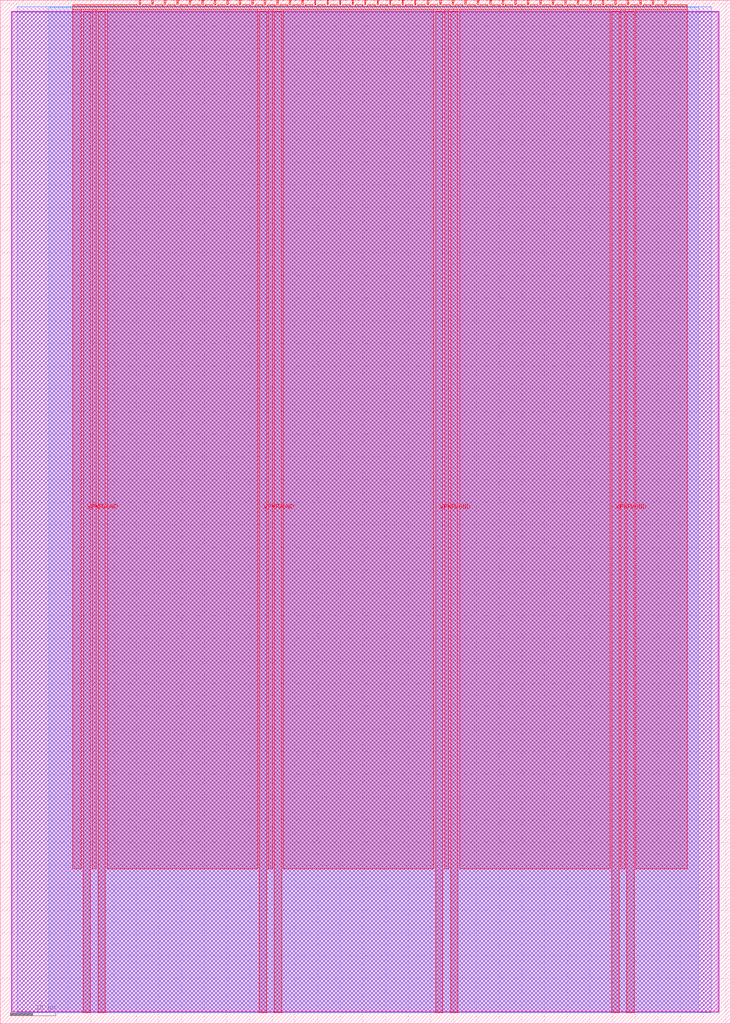
<source format=lef>
VERSION 5.7 ;
  NOWIREEXTENSIONATPIN ON ;
  DIVIDERCHAR "/" ;
  BUSBITCHARS "[]" ;
MACRO tt_um_toivoh_pio_ram_emu_example
  CLASS BLOCK ;
  FOREIGN tt_um_toivoh_pio_ram_emu_example ;
  ORIGIN 0.000 0.000 ;
  SIZE 161.000 BY 225.760 ;
  PIN VGND
    DIRECTION INOUT ;
    USE GROUND ;
    PORT
      LAYER met4 ;
        RECT 21.580 2.480 23.180 223.280 ;
    END
    PORT
      LAYER met4 ;
        RECT 60.450 2.480 62.050 223.280 ;
    END
    PORT
      LAYER met4 ;
        RECT 99.320 2.480 100.920 223.280 ;
    END
    PORT
      LAYER met4 ;
        RECT 138.190 2.480 139.790 223.280 ;
    END
  END VGND
  PIN VPWR
    DIRECTION INOUT ;
    USE POWER ;
    PORT
      LAYER met4 ;
        RECT 18.280 2.480 19.880 223.280 ;
    END
    PORT
      LAYER met4 ;
        RECT 57.150 2.480 58.750 223.280 ;
    END
    PORT
      LAYER met4 ;
        RECT 96.020 2.480 97.620 223.280 ;
    END
    PORT
      LAYER met4 ;
        RECT 134.890 2.480 136.490 223.280 ;
    END
  END VPWR
  PIN clk
    DIRECTION INPUT ;
    USE SIGNAL ;
    ANTENNAGATEAREA 0.852000 ;
    PORT
      LAYER met4 ;
        RECT 143.830 224.760 144.130 225.760 ;
    END
  END clk
  PIN ena
    DIRECTION INPUT ;
    USE SIGNAL ;
    PORT
      LAYER met4 ;
        RECT 146.590 224.760 146.890 225.760 ;
    END
  END ena
  PIN rst_n
    DIRECTION INPUT ;
    USE SIGNAL ;
    ANTENNAGATEAREA 0.196500 ;
    PORT
      LAYER met4 ;
        RECT 141.070 224.760 141.370 225.760 ;
    END
  END rst_n
  PIN ui_in[0]
    DIRECTION INPUT ;
    USE SIGNAL ;
    PORT
      LAYER met4 ;
        RECT 138.310 224.760 138.610 225.760 ;
    END
  END ui_in[0]
  PIN ui_in[1]
    DIRECTION INPUT ;
    USE SIGNAL ;
    PORT
      LAYER met4 ;
        RECT 135.550 224.760 135.850 225.760 ;
    END
  END ui_in[1]
  PIN ui_in[2]
    DIRECTION INPUT ;
    USE SIGNAL ;
    PORT
      LAYER met4 ;
        RECT 132.790 224.760 133.090 225.760 ;
    END
  END ui_in[2]
  PIN ui_in[3]
    DIRECTION INPUT ;
    USE SIGNAL ;
    PORT
      LAYER met4 ;
        RECT 130.030 224.760 130.330 225.760 ;
    END
  END ui_in[3]
  PIN ui_in[4]
    DIRECTION INPUT ;
    USE SIGNAL ;
    PORT
      LAYER met4 ;
        RECT 127.270 224.760 127.570 225.760 ;
    END
  END ui_in[4]
  PIN ui_in[5]
    DIRECTION INPUT ;
    USE SIGNAL ;
    PORT
      LAYER met4 ;
        RECT 124.510 224.760 124.810 225.760 ;
    END
  END ui_in[5]
  PIN ui_in[6]
    DIRECTION INPUT ;
    USE SIGNAL ;
    PORT
      LAYER met4 ;
        RECT 121.750 224.760 122.050 225.760 ;
    END
  END ui_in[6]
  PIN ui_in[7]
    DIRECTION INPUT ;
    USE SIGNAL ;
    PORT
      LAYER met4 ;
        RECT 118.990 224.760 119.290 225.760 ;
    END
  END ui_in[7]
  PIN uio_in[0]
    DIRECTION INPUT ;
    USE SIGNAL ;
    PORT
      LAYER met4 ;
        RECT 116.230 224.760 116.530 225.760 ;
    END
  END uio_in[0]
  PIN uio_in[1]
    DIRECTION INPUT ;
    USE SIGNAL ;
    PORT
      LAYER met4 ;
        RECT 113.470 224.760 113.770 225.760 ;
    END
  END uio_in[1]
  PIN uio_in[2]
    DIRECTION INPUT ;
    USE SIGNAL ;
    PORT
      LAYER met4 ;
        RECT 110.710 224.760 111.010 225.760 ;
    END
  END uio_in[2]
  PIN uio_in[3]
    DIRECTION INPUT ;
    USE SIGNAL ;
    PORT
      LAYER met4 ;
        RECT 107.950 224.760 108.250 225.760 ;
    END
  END uio_in[3]
  PIN uio_in[4]
    DIRECTION INPUT ;
    USE SIGNAL ;
    PORT
      LAYER met4 ;
        RECT 105.190 224.760 105.490 225.760 ;
    END
  END uio_in[4]
  PIN uio_in[5]
    DIRECTION INPUT ;
    USE SIGNAL ;
    PORT
      LAYER met4 ;
        RECT 102.430 224.760 102.730 225.760 ;
    END
  END uio_in[5]
  PIN uio_in[6]
    DIRECTION INPUT ;
    USE SIGNAL ;
    ANTENNAGATEAREA 0.196500 ;
    PORT
      LAYER met4 ;
        RECT 99.670 224.760 99.970 225.760 ;
    END
  END uio_in[6]
  PIN uio_in[7]
    DIRECTION INPUT ;
    USE SIGNAL ;
    ANTENNAGATEAREA 0.196500 ;
    PORT
      LAYER met4 ;
        RECT 96.910 224.760 97.210 225.760 ;
    END
  END uio_in[7]
  PIN uio_oe[0]
    DIRECTION OUTPUT ;
    USE SIGNAL ;
    PORT
      LAYER met4 ;
        RECT 49.990 224.760 50.290 225.760 ;
    END
  END uio_oe[0]
  PIN uio_oe[1]
    DIRECTION OUTPUT ;
    USE SIGNAL ;
    PORT
      LAYER met4 ;
        RECT 47.230 224.760 47.530 225.760 ;
    END
  END uio_oe[1]
  PIN uio_oe[2]
    DIRECTION OUTPUT ;
    USE SIGNAL ;
    PORT
      LAYER met4 ;
        RECT 44.470 224.760 44.770 225.760 ;
    END
  END uio_oe[2]
  PIN uio_oe[3]
    DIRECTION OUTPUT ;
    USE SIGNAL ;
    PORT
      LAYER met4 ;
        RECT 41.710 224.760 42.010 225.760 ;
    END
  END uio_oe[3]
  PIN uio_oe[4]
    DIRECTION OUTPUT ;
    USE SIGNAL ;
    PORT
      LAYER met4 ;
        RECT 38.950 224.760 39.250 225.760 ;
    END
  END uio_oe[4]
  PIN uio_oe[5]
    DIRECTION OUTPUT ;
    USE SIGNAL ;
    PORT
      LAYER met4 ;
        RECT 36.190 224.760 36.490 225.760 ;
    END
  END uio_oe[5]
  PIN uio_oe[6]
    DIRECTION OUTPUT ;
    USE SIGNAL ;
    PORT
      LAYER met4 ;
        RECT 33.430 224.760 33.730 225.760 ;
    END
  END uio_oe[6]
  PIN uio_oe[7]
    DIRECTION OUTPUT ;
    USE SIGNAL ;
    PORT
      LAYER met4 ;
        RECT 30.670 224.760 30.970 225.760 ;
    END
  END uio_oe[7]
  PIN uio_out[0]
    DIRECTION OUTPUT ;
    USE SIGNAL ;
    PORT
      LAYER met4 ;
        RECT 72.070 224.760 72.370 225.760 ;
    END
  END uio_out[0]
  PIN uio_out[1]
    DIRECTION OUTPUT ;
    USE SIGNAL ;
    PORT
      LAYER met4 ;
        RECT 69.310 224.760 69.610 225.760 ;
    END
  END uio_out[1]
  PIN uio_out[2]
    DIRECTION OUTPUT ;
    USE SIGNAL ;
    PORT
      LAYER met4 ;
        RECT 66.550 224.760 66.850 225.760 ;
    END
  END uio_out[2]
  PIN uio_out[3]
    DIRECTION OUTPUT ;
    USE SIGNAL ;
    PORT
      LAYER met4 ;
        RECT 63.790 224.760 64.090 225.760 ;
    END
  END uio_out[3]
  PIN uio_out[4]
    DIRECTION OUTPUT ;
    USE SIGNAL ;
    ANTENNADIFFAREA 0.445500 ;
    PORT
      LAYER met4 ;
        RECT 61.030 224.760 61.330 225.760 ;
    END
  END uio_out[4]
  PIN uio_out[5]
    DIRECTION OUTPUT ;
    USE SIGNAL ;
    ANTENNADIFFAREA 0.445500 ;
    PORT
      LAYER met4 ;
        RECT 58.270 224.760 58.570 225.760 ;
    END
  END uio_out[5]
  PIN uio_out[6]
    DIRECTION OUTPUT ;
    USE SIGNAL ;
    PORT
      LAYER met4 ;
        RECT 55.510 224.760 55.810 225.760 ;
    END
  END uio_out[6]
  PIN uio_out[7]
    DIRECTION OUTPUT ;
    USE SIGNAL ;
    PORT
      LAYER met4 ;
        RECT 52.750 224.760 53.050 225.760 ;
    END
  END uio_out[7]
  PIN uo_out[0]
    DIRECTION OUTPUT ;
    USE SIGNAL ;
    ANTENNADIFFAREA 0.445500 ;
    PORT
      LAYER met4 ;
        RECT 94.150 224.760 94.450 225.760 ;
    END
  END uo_out[0]
  PIN uo_out[1]
    DIRECTION OUTPUT ;
    USE SIGNAL ;
    ANTENNADIFFAREA 0.445500 ;
    PORT
      LAYER met4 ;
        RECT 91.390 224.760 91.690 225.760 ;
    END
  END uo_out[1]
  PIN uo_out[2]
    DIRECTION OUTPUT ;
    USE SIGNAL ;
    ANTENNADIFFAREA 0.445500 ;
    PORT
      LAYER met4 ;
        RECT 88.630 224.760 88.930 225.760 ;
    END
  END uo_out[2]
  PIN uo_out[3]
    DIRECTION OUTPUT ;
    USE SIGNAL ;
    ANTENNADIFFAREA 0.445500 ;
    PORT
      LAYER met4 ;
        RECT 85.870 224.760 86.170 225.760 ;
    END
  END uo_out[3]
  PIN uo_out[4]
    DIRECTION OUTPUT ;
    USE SIGNAL ;
    ANTENNADIFFAREA 0.445500 ;
    PORT
      LAYER met4 ;
        RECT 83.110 224.760 83.410 225.760 ;
    END
  END uo_out[4]
  PIN uo_out[5]
    DIRECTION OUTPUT ;
    USE SIGNAL ;
    ANTENNADIFFAREA 0.445500 ;
    PORT
      LAYER met4 ;
        RECT 80.350 224.760 80.650 225.760 ;
    END
  END uo_out[5]
  PIN uo_out[6]
    DIRECTION OUTPUT ;
    USE SIGNAL ;
    ANTENNADIFFAREA 0.445500 ;
    PORT
      LAYER met4 ;
        RECT 77.590 224.760 77.890 225.760 ;
    END
  END uo_out[6]
  PIN uo_out[7]
    DIRECTION OUTPUT ;
    USE SIGNAL ;
    ANTENNADIFFAREA 0.445500 ;
    PORT
      LAYER met4 ;
        RECT 74.830 224.760 75.130 225.760 ;
    END
  END uo_out[7]
  OBS
      LAYER nwell ;
        RECT 2.570 2.635 158.430 223.230 ;
      LAYER li1 ;
        RECT 2.760 2.635 158.240 223.125 ;
      LAYER met1 ;
        RECT 2.460 2.480 158.540 223.280 ;
      LAYER met2 ;
        RECT 3.780 2.535 156.760 224.245 ;
      LAYER met3 ;
        RECT 10.645 2.555 154.035 224.225 ;
      LAYER met4 ;
        RECT 15.935 224.360 30.270 224.760 ;
        RECT 31.370 224.360 33.030 224.760 ;
        RECT 34.130 224.360 35.790 224.760 ;
        RECT 36.890 224.360 38.550 224.760 ;
        RECT 39.650 224.360 41.310 224.760 ;
        RECT 42.410 224.360 44.070 224.760 ;
        RECT 45.170 224.360 46.830 224.760 ;
        RECT 47.930 224.360 49.590 224.760 ;
        RECT 50.690 224.360 52.350 224.760 ;
        RECT 53.450 224.360 55.110 224.760 ;
        RECT 56.210 224.360 57.870 224.760 ;
        RECT 58.970 224.360 60.630 224.760 ;
        RECT 61.730 224.360 63.390 224.760 ;
        RECT 64.490 224.360 66.150 224.760 ;
        RECT 67.250 224.360 68.910 224.760 ;
        RECT 70.010 224.360 71.670 224.760 ;
        RECT 72.770 224.360 74.430 224.760 ;
        RECT 75.530 224.360 77.190 224.760 ;
        RECT 78.290 224.360 79.950 224.760 ;
        RECT 81.050 224.360 82.710 224.760 ;
        RECT 83.810 224.360 85.470 224.760 ;
        RECT 86.570 224.360 88.230 224.760 ;
        RECT 89.330 224.360 90.990 224.760 ;
        RECT 92.090 224.360 93.750 224.760 ;
        RECT 94.850 224.360 96.510 224.760 ;
        RECT 97.610 224.360 99.270 224.760 ;
        RECT 100.370 224.360 102.030 224.760 ;
        RECT 103.130 224.360 104.790 224.760 ;
        RECT 105.890 224.360 107.550 224.760 ;
        RECT 108.650 224.360 110.310 224.760 ;
        RECT 111.410 224.360 113.070 224.760 ;
        RECT 114.170 224.360 115.830 224.760 ;
        RECT 116.930 224.360 118.590 224.760 ;
        RECT 119.690 224.360 121.350 224.760 ;
        RECT 122.450 224.360 124.110 224.760 ;
        RECT 125.210 224.360 126.870 224.760 ;
        RECT 127.970 224.360 129.630 224.760 ;
        RECT 130.730 224.360 132.390 224.760 ;
        RECT 133.490 224.360 135.150 224.760 ;
        RECT 136.250 224.360 137.910 224.760 ;
        RECT 139.010 224.360 140.670 224.760 ;
        RECT 141.770 224.360 143.430 224.760 ;
        RECT 144.530 224.360 146.190 224.760 ;
        RECT 147.290 224.360 151.505 224.760 ;
        RECT 15.935 223.680 151.505 224.360 ;
        RECT 15.935 34.175 17.880 223.680 ;
        RECT 20.280 34.175 21.180 223.680 ;
        RECT 23.580 34.175 56.750 223.680 ;
        RECT 59.150 34.175 60.050 223.680 ;
        RECT 62.450 34.175 95.620 223.680 ;
        RECT 98.020 34.175 98.920 223.680 ;
        RECT 101.320 34.175 134.490 223.680 ;
        RECT 136.890 34.175 137.790 223.680 ;
        RECT 140.190 34.175 151.505 223.680 ;
  END
END tt_um_toivoh_pio_ram_emu_example
END LIBRARY


</source>
